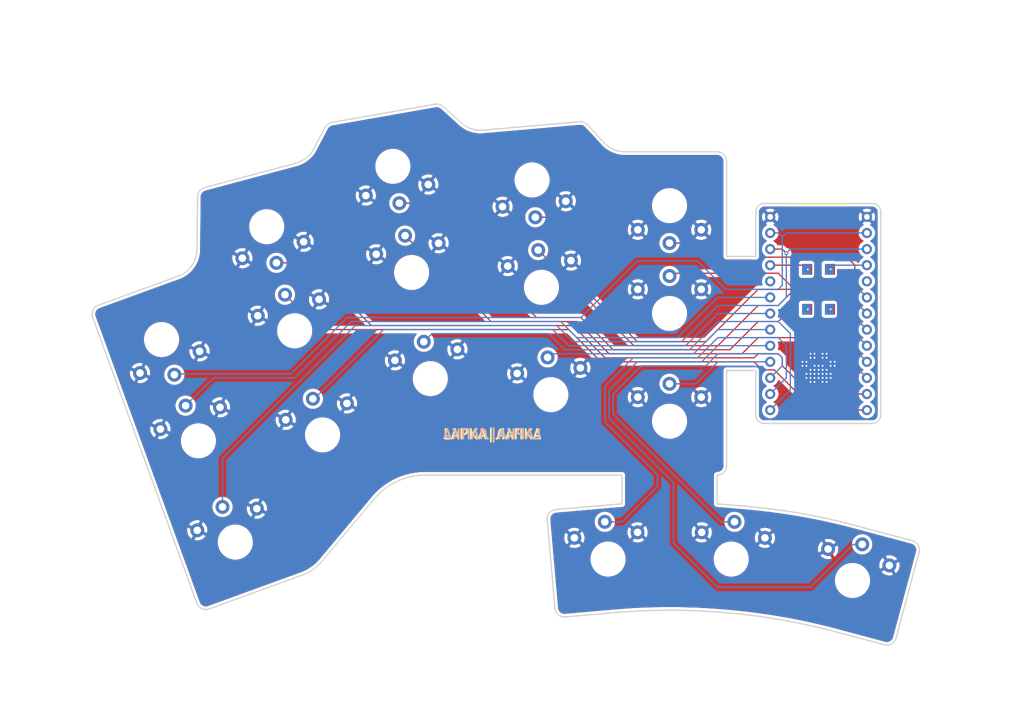
<source format=kicad_pcb>
(kicad_pcb (version 20240108) (generator "pcbnew") (generator_version "8.0")
  (layers (0 "F.Cu" signal) (31 "B.Cu" signal) (34 "B.Paste" user) (35 "F.Paste" user) (36 "B.SilkS" user "B.Silkscreen") (37 "F.SilkS" user "F.Silkscreen") (38 "B.Mask" user) (39 "F.Mask" user) (44 "Edge.Cuts" user))
  (net 0 "")
  (net 1 "SW11")
  (net 2 "SW8")
  (net 3 "SW13")
  (net 4 "SW10")
  (net 5 "SW17")
  (net 6 "SW4")
  (net 7 "SW12")
  (net 8 "SW6")
  (net 9 "SW3")
  (net 10 "GND")
  (net 11 "SW15")
  (net 12 "SW9")
  (net 13 "SW16")
  (net 14 "SW2")
  (net 15 "SW5")
  (net 16 "SW1")
  (net 17 "SW14")
  (net 18 "SW18")
  (net 19 "SW7")
  (net 22 "RST0")
  (net 23 "RST1")
  (net 24 "RSTG1")
  (net 25 "RSTG0")
  (footprint "PCM_Switch_Keyboard_Kailh:SW_KLPv2_DS" (layer "F.Cu") (at 97.829107 95.014189 20)
    (property "Reference" "SW6" (hide yes))
    (property "Value" "~")
    (pad "" np_thru_hole circle (at 0 0 20) (size 5.05 5.05) (drill 5.05) (layers "*.Cu" "*.Mask"))
    (pad "1" thru_hole circle (at 0 -5.9 20) (size 2.2 2.2) (drill 1.2) (layers "*.Cu" "*.Mask") (net 8 "SW6"))
    (pad "2" thru_hole circle (at -5 -3.8 20) (size 2.2 2.2) (drill 1.2) (layers "*.Cu" "*.Mask") (net 10 "GND"))
    (pad "2" thru_hole circle (at 5.000001 -3.8 20) (size 2.2 2.2) (drill 1.2) (layers "*.Cu" "*.Mask") (net 10 "GND"))
  )
  (footprint "PCM_Switch_Keyboard_Kailh:SW_KLPv2_DS" (layer "F.Cu") (at 150.420102 53.8661 -175)
    (property "Reference" "SW4" (hide yes))
    (property "Value" "~")
    (pad "" np_thru_hole circle (at 0 0 185) (size 5.05 5.05) (drill 5.05) (layers "*.Cu" "*.Mask"))
    (pad "1" thru_hole circle (at 0 -5.9 185) (size 2.2 2.2) (drill 1.2) (layers "*.Cu" "*.Mask") (net 6 "SW4"))
    (pad "2" thru_hole circle (at -5 -3.8 185) (size 2.2 2.2) (drill 1.2) (layers "*.Cu" "*.Mask") (net 10 "GND"))
    (pad "2" thru_hole circle (at 5 -3.8 185) (size 2.2 2.2) (drill 1.2) (layers "*.Cu" "*.Mask") (net 10 "GND"))
  )
  (footprint "PCM_Switch_Keyboard_Kailh:SW_KLPv2_DS" (layer "F.Cu") (at 172.090001 57.919998 180)
    (property "Reference" "SW5" (hide yes))
    (property "Value" "~")
    (pad "" np_thru_hole circle (at 0 0 180) (size 5.05 5.05) (drill 5.05) (layers "*.Cu" "*.Mask"))
    (pad "1" thru_hole circle (at 0 -5.9 180) (size 2.2 2.2) (drill 1.2) (layers "*.Cu" "*.Mask") (net 15 "SW5"))
    (pad "2" thru_hole circle (at -5 -3.8 180) (size 2.2 2.2) (drill 1.2) (layers "*.Cu" "*.Mask") (net 10 "GND"))
    (pad "2" thru_hole circle (at 5 -3.8 180) (size 2.2 2.2) (drill 1.2) (layers "*.Cu" "*.Mask") (net 10 "GND"))
  )
  (footprint "PCM_Switch_Keyboard_Kailh:SW_KLPv2_DS" (layer "F.Cu") (at 134.383402 85.199796 10)
    (property "Reference" "SW13" (hide yes))
    (property "Value" "~")
    (pad "" np_thru_hole circle (at 0 0 10) (size 5.05 5.05) (drill 5.05) (layers "*.Cu" "*.Mask"))
    (pad "1" thru_hole circle (at 0 -5.9 10) (size 2.2 2.2) (drill 1.2) (layers "*.Cu" "*.Mask") (net 3 "SW13"))
    (pad "2" thru_hole circle (at -5 -3.8 10) (size 2.2 2.2) (drill 1.2) (layers "*.Cu" "*.Mask") (net 10 "GND"))
    (pad "2" thru_hole circle (at 5 -3.8 10) (size 2.2 2.2) (drill 1.2) (layers "*.Cu" "*.Mask") (net 10 "GND"))
  )
  (footprint "Library:SW_SPST_TL3342_Mod" (layer "F.Cu") (at 195.58 71.12 90)
    (property "Reference" "REF**" (hide yes))
    (property "Value" "SW_SPST_TL3342_Mod")
    (pad "1" smd rect (at -3.149998 -1.700001 90) (size 1.7 1.4) (layers "F.Cu" "F.Paste" "F.Mask") (net 25 "RSTG0"))
    (pad "1" smd rect (at 3.150001 -1.699998 90) (size 1.7 1.4) (layers "F.Cu" "F.Paste" "F.Mask") (net 22 "RST0"))
    (pad "2" smd rect (at -3.149999 1.900002 90) (size 1.7 1.4) (layers "F.Cu" "F.Paste" "F.Mask") (net 24 "RSTG1"))
    (pad "2" smd rect (at 3.150001 1.899999 90) (size 1.7 1.4) (layers "F.Cu" "F.Paste" "F.Mask") (net 23 "RST1"))
  )
  (footprint "Library:SuperMini NRF52840" (layer "F.Cu") (at 187.96 59.69)
    (property "Reference" "U2" (hide yes))
    (property "Value" "~")
    (fp_line (start 3.12001 -1.95244) (end 3.17 -1.95244) (stroke (width 0.254)) (layer "F.SilkS"))
    (fp_line (start 3.12001 -1.95244) (end 3.17 -1.95244) (stroke (width 0.254)) (layer "F.SilkS"))
    (fp_line (start 3.17 -1.95244) (end 12.11999 -1.95244) (stroke (width 0.254)) (layer "F.SilkS"))
    (fp_line (start 3.17 -1.95244) (end 12.11999 -1.95244) (stroke (width 0.254)) (layer "F.SilkS"))
    (pad "1" thru_hole circle (at 0 2.54 90) (size 1.6 1.6) (drill 0.9144) (layers "*.Cu" "*.Mask") (net 16 "SW1"))
    (pad "2" thru_hole circle (at 0 5.08 90) (size 1.6 1.6) (drill 0.9144) (layers "*.Cu" "*.Mask") (net 1 "SW11"))
    (pad "3" thru_hole circle (at 0 7.62 90) (size 1.6 1.6) (drill 0.9144) (layers "*.Cu" "*.Mask") (net 22 "RST0"))
    (pad "4" thru_hole circle (at 0 10.16 90) (size 1.6 1.6) (drill 0.9144) (layers "*.Cu" "*.Mask"))
    (pad "5" thru_hole circle (at 0 12.7 90) (size 1.6 1.6) (drill 0.9144) (layers "*.Cu" "*.Mask") (net 8 "SW6"))
    (pad "6" thru_hole circle (at 0 15.24 90) (size 1.6 1.6) (drill 0.9144) (layers "*.Cu" "*.Mask") (net 7 "SW12"))
    (pad "7" thru_hole circle (at 0 17.78 90) (size 1.6 1.6) (drill 0.9144) (layers "*.Cu" "*.Mask") (net 17 "SW14"))
    (pad "8" thru_hole circle (at 0 20.32 90) (size 1.6 1.6) (drill 0.9144) (layers "*.Cu" "*.Mask") (net 18 "SW18"))
    (pad "9" thru_hole circle (at 0 22.86 90) (size 1.6 1.6) (drill 0.9144) (layers "*.Cu" "*.Mask") (net 11 "SW15"))
    (pad "10" thru_hole circle (at 0 25.4 90) (size 1.6 1.6) (drill 0.9144) (layers "*.Cu" "*.Mask") (net 5 "SW17"))
    (pad "11" thru_hole circle (at 0 27.94 90) (size 1.6 1.6) (drill 0.9144) (layers "*.Cu" "*.Mask") (net 13 "SW16"))
    (pad "12" thru_hole circle (at 0 30.48 90) (size 1.6 1.6) (drill 0.9144) (layers "*.Cu" "*.Mask") (net 3 "SW13"))
    (pad "13" thru_hole circle (at 15.24001 2.53999 270) (size 1.6 1.6) (drill 0.9144) (layers "*.Cu" "*.Mask") (net 16 "SW1"))
    (pad "14" thru_hole circle (at 15.24001 5.07999 270) (size 1.6 1.6) (drill 0.9144) (layers "*.Cu" "*.Mask") (net 1 "SW11"))
    (pad "15" thru_hole circle (at 15.24001 7.61999 270) (size 1.6 1.6) (drill 0.9144) (layers "*.Cu" "*.Mask") (net 23 "RST1"))
    (pad "16" thru_hole circle (at 15.24001 10.15999 270) (size 1.6 1.6) (drill 0.9144) (layers "*.Cu" "*.Mask"))
    (pad "17" thru_hole circle (at 15.24001 12.69999 270) (size 1.6 1.6) (drill 0.9144) (layers "*.Cu" "*.Mask") (net 15 "SW5"))
    (pad "18" thru_hole circle (at 15.24001 15.23999 270) (size 1.6 1.6) (drill 0.9144) (layers "*.Cu" "*.Mask") (net 4 "SW10"))
    (pad "19" thru_hole circle (at 15.24001 17.77999 270) (size 1.6 1.6) (drill 0.9144) (layers "*.Cu" "*.Mask") (net 6 "SW4"))
    (pad "20" thru_hole circle (at 15.24001 20.31999 270) (size 1.6 1.6) (drill 0.9144) (layers "*.Cu" "*.Mask") (net 12 "SW9"))
    (pad "21" thru_hole circle (at 15.24001 22.85999 270) (size 1.6 1.6) (drill 0.9144) (layers "*.Cu" "*.Mask") (net 9 "SW3"))
    (pad "22" thru_hole circle (at 15.24001 25.39999 270) (size 1.6 1.6) (drill 0.9144) (layers "*.Cu" "*.Mask") (net 2 "SW8"))
    (pad "23" thru_hole circle (at 15.24001 27.93999 270) (size 1.6 1.6) (drill 0.9144) (layers "*.Cu" "*.Mask") (net 14 "SW2"))
    (pad "24" thru_hole circle (at 15.24001 30.47999 270) (size 1.6 1.6) (drill 0.9144) (layers "*.Cu" "*.Mask") (net 19 "SW7"))
    (pad "28" thru_hole circle (at 0 0 90) (size 1.6 1.6) (drill 0.9144) (layers "*.Cu" "*.Mask") (net 10 "GND"))
    (pad "29" thru_hole circle (at 15.24001 -0.00001 270) (size 1.6 1.6) (drill 0.9144) (layers "*.Cu" "*.Mask") (net 10 "GND"))
  )
  (footprint "PCM_Switch_Keyboard_Kailh:SW_KLPv2_DS" (layer "F.Cu") (at 128.479404 51.716295 -170)
    (property "Reference" "SW3" (hide yes))
    (property "Value" "~")
    (pad "" np_thru_hole circle (at 0 0 190) (size 5.05 5.05) (drill 5.05) (layers "*.Cu" "*.Mask"))
    (pad "1" thru_hole circle (at 0 -5.9 190) (size 2.2 2.2) (drill 1.2) (layers "*.Cu" "*.Mask") (net 9 "SW3"))
    (pad "2" thru_hole circle (at -5 -3.8 190) (size 2.2 2.2) (drill 1.2) (layers "*.Cu" "*.Mask") (net 10 "GND"))
    (pad "2" thru_hole circle (at 5 -3.8 190) (size 2.2 2.2) (drill 1.2) (layers "*.Cu" "*.Mask") (net 10 "GND"))
  )
  (footprint "PCM_Switch_Keyboard_Kailh:SW_KLPv2_DS" (layer "F.Cu") (at 112.997102 77.661401 15)
    (property "Reference" "SW7" (hide yes))
    (property "Value" "~")
    (pad "" np_thru_hole circle (at 0 0 15) (size 5.05 5.05) (drill 5.05) (layers "*.Cu" "*.Mask"))
    (pad "1" thru_hole circle (at 0 -5.9 15) (size 2.2 2.2) (drill 1.2) (layers "*.Cu" "*.Mask") (net 19 "SW7"))
    (pad "2" thru_hole circle (at -5 -3.8 15) (size 2.2 2.2) (drill 1.2) (layers "*.Cu" "*.Mask") (net 10 "GND"))
    (pad "2" thru_hole circle (at 5 -3.8 15) (size 2.2 2.2) (drill 1.2) (layers "*.Cu" "*.Mask") (net 10 "GND"))
  )
  (footprint "PCM_Switch_Keyboard_Kailh:SW_KLPv2_DS" (layer "F.Cu") (at 117.396999 94.082091 15)
    (property "Reference" "SW12" (hide yes))
    (property "Value" "~")
    (pad "" np_thru_hole circle (at 0 0 15) (size 5.05 5.05) (drill 5.05) (layers "*.Cu" "*.Mask"))
    (pad "1" thru_hole circle (at 0 -5.9 15) (size 2.2 2.2) (drill 1.2) (layers "*.Cu" "*.Mask") (net 7 "SW12"))
    (pad "2" thru_hole circle (at -5 -3.8 15) (size 2.2 2.2) (drill 1.2) (layers "*.Cu" "*.Mask") (net 10 "GND"))
    (pad "2" thru_hole circle (at 5 -3.8 15) (size 2.2 2.2) (drill 1.2) (layers "*.Cu" "*.Mask") (net 10 "GND"))
  )
  (footprint "PCM_Switch_Keyboard_Kailh:SW_KLPv2_DS" (layer "F.Cu") (at 181.8149 113.672093 -5)
    (property "Reference" "SW17" (hide yes))
    (property "Value" "~")
    (pad "" np_thru_hole circle (at 0 0 355) (size 5.05 5.05) (drill 5.05) (layers "*.Cu" "*.Mask"))
    (pad "1" thru_hole circle (at 0 -5.9 355) (size 2.2 2.2) (drill 1.2) (layers "*.Cu" "*.Mask") (net 5 "SW17"))
    (pad "2" thru_hole circle (at -5 -3.8 355) (size 2.2 2.2) (drill 1.2) (layers "*.Cu" "*.Mask") (net 10 "GND"))
    (pad "2" thru_hole circle (at 5 -3.8 355) (size 2.2 2.2) (drill 1.2) (layers "*.Cu" "*.Mask") (net 10 "GND"))
  )
  (footprint "PCM_Switch_Keyboard_Kailh:SW_KLPv2_DS" (layer "F.Cu") (at 172.090008 74.91999)
    (property "Reference" "SW10" (hide yes))
    (property "Value" "~")
    (pad "" np_thru_hole circle (at 0 0) (size 5.05 5.05) (drill 5.05) (layers "*.Cu" "*.Mask"))
    (pad "1" thru_hole circle (at 0 -5.9) (size 2.2 2.2) (drill 1.2) (layers "*.Cu" "*.Mask") (net 4 "SW10"))
    (pad "2" thru_hole circle (at -5 -3.8) (size 2.2 2.2) (drill 1.2) (layers "*.Cu" "*.Mask") (net 10 "GND"))
    (pad "2" thru_hole circle (at 5 -3.8) (size 2.2 2.2) (drill 1.2) (layers "*.Cu" "*.Mask") (net 10 "GND"))
  )
  (footprint "PCM_Switch_Keyboard_Kailh:SW_KLPv2_DS" (layer "F.Cu") (at 92.014809 79.039394 -160)
    (property "Reference" "SW1" (hide yes))
    (property "Value" "~")
    (pad "" np_thru_hole circle (at 0 0 200) (size 5.05 5.05) (drill 5.05) (layers "*.Cu" "*.Mask"))
    (pad "1" thru_hole circle (at 0 -5.9 200) (size 2.2 2.2) (drill 1.2) (layers "*.Cu" "*.Mask") (net 16 "SW1"))
    (pad "2" thru_hole circle (at -5 -3.8 200) (size 2.2 2.2) (drill 1.2) (layers "*.Cu" "*.Mask") (net 10 "GND"))
    (pad "2" thru_hole circle (at 5.000001 -3.8 200) (size 2.2 2.2) (drill 1.2) (layers "*.Cu" "*.Mask") (net 10 "GND"))
  )
  (footprint "PCM_Switch_Keyboard_Kailh:SW_KLPv2_DS" (layer "F.Cu") (at 108.597107 61.240697 -165)
    (property "Reference" "SW2" (hide yes))
    (property "Value" "~")
    (pad "" np_thru_hole circle (at 0 0 195) (size 5.05 5.05) (drill 5.05) (layers "*.Cu" "*.Mask"))
    (pad "1" thru_hole circle (at 0 -5.9 195) (size 2.2 2.2) (drill 1.2) (layers "*.Cu" "*.Mask") (net 14 "SW2"))
    (pad "2" thru_hole circle (at -5 -3.8 195) (size 2.2 2.2) (drill 1.2) (layers "*.Cu" "*.Mask") (net 10 "GND"))
    (pad "2" thru_hole circle (at 5 -3.8 195) (size 2.2 2.2) (drill 1.2) (layers "*.Cu" "*.Mask") (net 10 "GND"))
  )
  (footprint "PCM_Switch_Keyboard_Kailh:SW_KLPv2_DS" (layer "F.Cu") (at 200.93319 117.043093 -15)
    (property "Reference" "SW18" (hide yes))
    (property "Value" "~")
    (pad "" np_thru_hole circle (at 0 0 345) (size 5.05 5.05) (drill 5.05) (layers "*.Cu" "*.Mask"))
    (pad "1" thru_hole circle (at 0 -5.9 345) (size 2.2 2.2) (drill 1.2) (layers "*.Cu" "*.Mask") (net 18 "SW18"))
    (pad "2" thru_hole circle (at -5 -3.8 345) (size 2.2 2.2) (drill 1.2) (layers "*.Cu" "*.Mask") (net 10 "GND"))
    (pad "2" thru_hole circle (at 5 -3.8 345) (size 2.2 2.2) (drill 1.2) (layers "*.Cu" "*.Mask") (net 10 "GND"))
  )
  (footprint "PCM_Switch_Keyboard_Kailh:SW_KLPv2_DS" (layer "F.Cu") (at 172.090003 91.919996)
    (property "Reference" "SW15" (hide yes))
    (property "Value" "~")
    (pad "" np_thru_hole circle (at 0 0) (size 5.05 5.05) (drill 5.05) (layers "*.Cu" "*.Mask"))
    (pad "1" thru_hole circle (at 0 -5.9) (size 2.2 2.2) (drill 1.2) (layers "*.Cu" "*.Mask") (net 11 "SW15"))
    (pad "2" thru_hole circle (at -5 -3.8) (size 2.2 2.2) (drill 1.2) (layers "*.Cu" "*.Mask") (net 10 "GND"))
    (pad "2" thru_hole circle (at 5 -3.8) (size 2.2 2.2) (drill 1.2) (layers "*.Cu" "*.Mask") (net 10 "GND"))
  )
  (footprint "PCM_Switch_Keyboard_Kailh:SW_KLPv2_DS" (layer "F.Cu") (at 103.6434 110.988987 20)
    (property "Reference" "SW11" (hide yes))
    (property "Value" "~")
    (pad "" np_thru_hole circle (at 0 0 20) (size 5.05 5.05) (drill 5.05) (layers "*.Cu" "*.Mask"))
    (pad "1" thru_hole circle (at 0 -5.9 20) (size 2.2 2.2) (drill 1.2) (layers "*.Cu" "*.Mask") (net 1 "SW11"))
    (pad "2" thru_hole circle (at -5 -3.8 20) (size 2.2 2.2) (drill 1.2) (layers "*.Cu" "*.Mask") (net 10 "GND"))
    (pad "2" thru_hole circle (at 5.000001 -3.8 20) (size 2.2 2.2) (drill 1.2) (layers "*.Cu" "*.Mask") (net 10 "GND"))
  )
  (footprint "PCM_Switch_Keyboard_Kailh:SW_KLPv2_DS" (layer "F.Cu") (at 151.901803 70.801395 5)
    (property "Reference" "SW9" (hide yes))
    (property "Value" "~")
    (pad "" np_thru_hole circle (at 0 0 5) (size 5.05 5.05) (drill 5.05) (layers "*.Cu" "*.Mask"))
    (pad "1" thru_hole circle (at 0 -5.9 5) (size 2.2 2.2) (drill 1.2) (layers "*.Cu" "*.Mask") (net 12 "SW9"))
    (pad "2" thru_hole circle (at -5 -3.8 5) (size 2.2 2.2) (drill 1.2) (layers "*.Cu" "*.Mask") (net 10 "GND"))
    (pad "2" thru_hole circle (at 5 -3.8 5) (size 2.2 2.2) (drill 1.2) (layers "*.Cu" "*.Mask") (net 10 "GND"))
  )
  (footprint "PCM_Switch_Keyboard_Kailh:SW_KLPv2_DS" (layer "F.Cu") (at 131.431401 68.458093 10)
    (property "Reference" "SW8" (hide yes))
    (property "Value" "~")
    (pad "" np_thru_hole circle (at 0 0 10) (size 5.05 5.05) (drill 5.05) (layers "*.Cu" "*.Mask"))
    (pad "1" thru_hole circle (at 0 -5.9 10) (size 2.2 2.2) (drill 1.2) (layers "*.Cu" "*.Mask") (net 2 "SW8"))
    (pad "2" thru_hole circle (at -5 -3.8 10) (size 2.2 2.2) (drill 1.2) (layers "*.Cu" "*.Mask") (net 10 "GND"))
    (pad "2" thru_hole circle (at 5 -3.8 10) (size 2.2 2.2) (drill 1.2) (layers "*.Cu" "*.Mask") (net 10 "GND"))
  )
  (footprint "PCM_Switch_Keyboard_Kailh:SW_KLPv2_DS" (layer "F.Cu") (at 153.38341 87.736697 5)
    (property "Reference" "SW14" (hide yes))
    (property "Value" "~")
    (pad "" np_thru_hole circle (at 0 0 5) (size 5.05 5.05) (drill 5.05) (layers "*.Cu" "*.Mask"))
    (pad "1" thru_hole circle (at 0 -5.9 5) (size 2.2 2.2) (drill 1.2) (layers "*.Cu" "*.Mask") (net 17 "SW14"))
    (pad "2" thru_hole circle (at -5 -3.8 5) (size 2.2 2.2) (drill 1.2) (layers "*.Cu" "*.Mask") (net 10 "GND"))
    (pad "2" thru_hole circle (at 5 -3.8 5) (size 2.2 2.2) (drill 1.2) (layers "*.Cu" "*.Mask") (net 10 "GND"))
  )
  (footprint "PCM_Switch_Keyboard_Kailh:SW_KLPv2_DS" (layer "F.Cu") (at 162.401804 113.672096 5)
    (property "Reference" "SW16" (hide yes))
    (property "Value" "~")
    (pad "" np_thru_hole circle (at 0 0 5) (size 5.05 5.05) (drill 5.05) (layers "*.Cu" "*.Mask"))
    (pad "1" thru_hole circle (at 0 -5.9 5) (size 2.2 2.2) (drill 1.2) (layers "*.Cu" "*.Mask") (net 13 "SW16"))
    (pad "2" thru_hole circle (at -5 -3.8 5) (size 2.2 2.2) (drill 1.2) (layers "*.Cu" "*.Mask") (net 10 "GND"))
    (pad "2" thru_hole circle (at 5 -3.8 5) (size 2.2 2.2) (drill 1.2) (layers "*.Cu" "*.Mask") (net 10 "GND"))
  )
  (footprint "Library:SW_SPST_TL3342_Mod" (layer "B.Cu") (at 195.58 71.12 90)
    (property "Reference" "REF**" (hide yes))
    (property "Value" "SW_SPST_TL3342_Mod")
    (pad "1" smd rect (at -3.149998 1.700001 90) (size 1.7 1.4) (layers "B.Cu" "B.Paste" "B.Mask") (net 24 "RSTG1"))
    (pad "1" smd rect (at 3.150001 1.699998 90) (size 1.7 1.4) (layers "B.Cu" "B.Paste" "B.Mask") (net 23 "RST1"))
    (pad "2" smd rect (at -3.149999 -1.900002 90) (size 1.7 1.4) (layers "B.Cu" "B.Paste" "B.Mask") (net 25 "RSTG0"))
    (pad "2" smd rect (at 3.150001 -1.899999 90) (size 1.7 1.4) (layers "B.Cu" "B.Paste" "B.Mask") (net 22 "RST0"))
  )
  (gr_arc (start 116.007107 48.959839) (mid 114.833758 50.379453) (end 113.189969 51.210125) (stroke (width 0.2)) (layer "Edge.Cuts"))
  (gr_arc (start 117.331862 113.977554) (mid 115.894198 115.299394) (end 114.164019 116.205273) (stroke (width 0.2)) (layer "Edge.Cuts"))
  (gr_line (start 155.652753 122.793347) (end 163.461639 122.11016) (stroke (width 0.2)) (layer "Edge.Cuts"))
  (gr_line (start 210.359153 110.773841) (end 201.317877 108.351244) (stroke (width 0.2)) (layer "Edge.Cuts"))
  (gr_arc (start 135.142394 41.910301) (mid 135.819348 41.946478) (end 136.411232 42.277008) (stroke (width 0.2)) (layer "Edge.Cuts"))
  (gr_arc (start 97.599142 64.860017) (mid 96.765369 67.420099) (end 94.61924 69.045932) (stroke (width 0.2)) (layer "Edge.Cuts"))
  (gr_line (start 161.748652 47.969682) (end 159.144403 45.153933) (stroke (width 0.2)) (layer "Edge.Cuts"))
  (gr_arc (start 157.91247 44.678131) (mid 158.583618 44.773158) (end 159.144403 45.153933) (stroke (width 0.2)) (layer "Edge.Cuts"))
  (gr_arc (start 99.502931 121.541486) (mid 98.355962 121.491405) (end 97.58035 120.64497) (stroke (width 0.2)) (layer "Edge.Cuts"))
  (gr_arc (start 81.163372 75.539686) (mid 81.213473 74.392755) (end 82.059893 73.617158) (stroke (width 0.2)) (layer "Edge.Cuts"))
  (gr_line (start 179.589958 49.419972) (end 165.057528 49.419969) (stroke (width 0.2)) (layer "Edge.Cuts"))
  (gr_arc (start 207.796414 126.133876) (mid 207.097442 127.044609) (end 205.959229 127.194569) (stroke (width 0.2)) (layer "Edge.Cuts"))
  (gr_arc (start 163.461639 122.11016) (mid 172.090017 121.733446) (end 180.718395 122.110155) (stroke (width 0.2)) (layer "Edge.Cuts"))
  (gr_line (start 164.590002 104.952999) (end 163.461586 105.045223) (stroke (width 0.2)) (layer "Edge.Cuts"))
  (gr_line (start 181.090002 65.919959) (end 181.09 50.919996) (stroke (width 0.2)) (layer "Edge.Cuts"))
  (gr_arc (start 184.356204 105.363488) (mid 192.902134 106.487825) (end 201.317877 108.351244) (stroke (width 0.2)) (layer "Edge.Cuts"))
  (gr_line (start 185.690004 83.919967) (end 185.69001 90.919972) (stroke (width 0.2)) (layer "Edge.Cuts"))
  (gr_line (start 99.502931 121.541486) (end 114.164019 116.205273) (stroke (width 0.2)) (layer "Edge.Cuts"))
  (gr_line (start 157.91247 44.678131) (end 142.673819 46.011333) (stroke (width 0.2)) (layer "Edge.Cuts"))
  (gr_arc (start 187.039972 92.26996) (mid 186.085414 91.874546) (end 185.69001 90.919972) (stroke (width 0.2)) (layer "Edge.Cuts"))
  (gr_arc (start 204.039997 57.56997) (mid 204.9946 57.965369) (end 205.390001 58.919959) (stroke (width 0.2)) (layer "Edge.Cuts"))
  (gr_line (start 117.331862 113.977554) (end 125.529061 104.181569) (stroke (width 0.2)) (layer "Edge.Cuts"))
  (gr_line (start 181.090002 83.919963) (end 185.690004 83.919967) (stroke (width 0.2)) (layer "Edge.Cuts"))
  (gr_line (start 135.142394 41.910301) (end 118.86435 44.780569) (stroke (width 0.2)) (layer "Edge.Cuts"))
  (gr_arc (start 181.090003 98.920037) (mid 180.650649 99.980673) (end 179.590002 100.420007) (stroke (width 0.2)) (layer "Edge.Cuts"))
  (gr_line (start 204.039997 57.56997) (end 187.039963 57.569962) (stroke (width 0.2)) (layer "Edge.Cuts"))
  (gr_line (start 198.387742 125.165809) (end 205.959229 127.194569) (stroke (width 0.2)) (layer "Edge.Cuts"))
  (gr_line (start 164.590007 100.41997) (end 164.590002 104.952999) (stroke (width 0.2)) (layer "Edge.Cuts"))
  (gr_arc (start 165.057528 49.419969) (mid 163.251139 49.041516) (end 161.748652 47.969682) (stroke (width 0.2)) (layer "Edge.Cuts"))
  (gr_line (start 139.256699 44.8602) (end 139.256669 44.860207) (stroke (width 0.2)) (layer "Edge.Cuts"))
  (gr_line (start 94.61924 69.045932) (end 82.059893 73.617158) (stroke (width 0.2)) (layer "Edge.Cuts"))
  (gr_arc (start 210.359153 110.773841) (mid 211.269984 111.472732) (end 211.419868 112.61097) (stroke (width 0.2)) (layer "Edge.Cuts"))
  (gr_line (start 184.356204 105.363488) (end 180.718423 105.045227) (stroke (width 0.2)) (layer "Edge.Cuts"))
  (gr_line (start 179.590005 104.952999) (end 179.590002 100.420007) (stroke (width 0.2)) (layer "Edge.Cuts"))
  (gr_line (start 163.461586 105.045223) (end 154.158899 105.8591) (stroke (width 0.2)) (layer "Edge.Cuts"))
  (gr_arc (start 205.390007 90.919975) (mid 204.994632 91.874581) (end 204.040005 92.269961) (stroke (width 0.2)) (layer "Edge.Cuts"))
  (gr_arc (start 152.807597 107.483176) (mid 153.148857 106.392916) (end 154.158899 105.8591) (stroke (width 0.2)) (layer "Edge.Cuts"))
  (gr_arc (start 155.652753 122.793347) (mid 154.557871 122.448089) (end 154.027763 121.429778) (stroke (width 0.2)) (layer "Edge.Cuts"))
  (gr_line (start 81.163372 75.539686) (end 97.58035 120.64497) (stroke (width 0.2)) (layer "Edge.Cuts"))
  (gr_line (start 113.189969 51.210125) (end 98.796299 55.066894) (stroke (width 0.2)) (layer "Edge.Cuts"))
  (gr_arc (start 179.589958 49.419972) (mid 180.650694 49.859275) (end 181.08999 50.919998) (stroke (width 0.2)) (layer "Edge.Cuts"))
  (gr_line (start 97.691307 56.497447) (end 97.599142 64.860017) (stroke (width 0.2)) (layer "Edge.Cuts"))
  (gr_line (start 205.390007 90.919975) (end 205.390001 58.919959) (stroke (width 0.2)) (layer "Edge.Cuts"))
  (gr_line (start 185.690003 58.919907) (end 185.690003 65.91997) (stroke (width 0.2)) (layer "Edge.Cuts"))
  (gr_arc (start 125.529061 104.181569) (mid 129.137697 101.40671) (end 133.58161 100.419969) (stroke (width 0.2)) (layer "Edge.Cuts"))
  (gr_arc (start 185.690003 58.919907) (mid 186.085421 57.965351) (end 187.039963 57.569962) (stroke (width 0.2)) (layer "Edge.Cuts"))
  (gr_line (start 117.797531 45.558997) (end 116.007107 48.959839) (stroke (width 0.2)) (layer "Edge.Cuts"))
  (gr_line (start 181.08999 50.919998) (end 181.09 50.919996) (stroke (width 0.2)) (layer "Edge.Cuts"))
  (gr_line (start 180.718423 105.045227) (end 179.590005 104.952999) (stroke (width 0.2)) (layer "Edge.Cuts"))
  (gr_line (start 152.807597 107.483176) (end 154.027763 121.429778) (stroke (width 0.2)) (layer "Edge.Cuts"))
  (gr_line (start 180.718395 122.110155) (end 181.393133 122.169195) (stroke (width 0.2)) (layer "Edge.Cuts"))
  (gr_arc (start 97.691307 56.497447) (mid 98.004144 55.597048) (end 98.796299 55.066894) (stroke (width 0.2)) (layer "Edge.Cuts"))
  (gr_line (start 181.090003 98.920037) (end 181.090002 83.919963) (stroke (width 0.2)) (layer "Edge.Cuts"))
  (gr_line (start 136.411232 42.277008) (end 136.411233 42.276985) (stroke (width 0.2)) (layer "Edge.Cuts"))
  (gr_arc (start 142.673819 46.011333) (mid 140.844913 45.793018) (end 139.256699 44.8602) (stroke (width 0.2)) (layer "Edge.Cuts"))
  (gr_arc (start 181.393133 122.169195) (mid 189.955854 123.296506) (end 198.387742 125.165809) (stroke (width 0.2)) (layer "Edge.Cuts"))
  (gr_line (start 185.690003 65.91997) (end 181.090002 65.919959) (stroke (width 0.2)) (layer "Edge.Cuts"))
  (gr_arc (start 117.797531 45.558997) (mid 118.240645 45.046036) (end 118.86435 44.780569) (stroke (width 0.2)) (layer "Edge.Cuts"))
  (gr_line (start 139.256669 44.860207) (end 136.411233 42.276985) (stroke (width 0.2)) (layer "Edge.Cuts"))
  (gr_line (start 207.796414 126.133876) (end 211.419868 112.61097) (stroke (width 0.2)) (layer "Edge.Cuts"))
  (gr_line (start 187.039972 92.26996) (end 204.040005 92.269961) (stroke (width 0.2)) (layer "Edge.Cuts"))
  (gr_line (start 133.58161 100.419969) (end 164.590007 100.41997) (stroke (width 0.2)) (layer "Edge.Cuts"))
  (gr_text "LAPKA|ЛАПКА" (at 144.145 93.98 -0) (layer "B.SilkS") (effects (font (size 1.5 1.5) (thickness 0.3) (bold yes)) (justify mirror)))
  (gr_text "LAPKA|ЛАПКА" (at 144.145 93.98 0) (layer "F.SilkS") (effects (font (size 1.5 1.5) (thickness 0.3) (bold yes))))
  (segment (start 190.5 65.405) (end 189.865 64.77) (width 0.2) (layer "F.Cu") (net 1))
  (segment (start 187.96001 64.76999) (end 187.96 64.77) (width 0.2) (layer "F.Cu") (net 1))
  (segment (start 189.865 64.77) (end 187.96 64.77) (width 0.2) (layer "F.Cu") (net 1))
  (via (at 190.5 65.405) (size 0.6) (drill 0.3) (layers "F.Cu" "B.Cu") (net 1))
  (segment (start 156.845 79.375) (end 173.99 79.375) (width 0.2) (layer "B.Cu") (net 1))
  (segment (start 173.99 79.375) (end 179.705 73.66) (width 0.2) (layer "B.Cu") (net 1))
  (segment (start 101.625481 97.764519) (end 122.555 76.835) (width 0.2) (layer "B.Cu") (net 1))
  (segment (start 190.5 65.405) (end 191.13501 64.76999) (width 0.2) (layer "B.Cu") (net 1))
  (segment (start 101.625481 105.444801) (end 101.625481 97.764519) (width 0.2) (layer "B.Cu") (net 1))
  (segment (start 154.305 76.835) (end 156.845 79.375) (width 0.2) (layer "B.Cu") (net 1))
  (segment (start 189.23 73.66) (end 190.5 72.39) (width 0.2) (layer "B.Cu") (net 1))
  (segment (start 191.13501 64.76999) (end 203.20001 64.76999) (width 0.2) (layer "B.Cu") (net 1))
  (segment (start 122.555 76.835) (end 154.305 76.835) (width 0.2) (layer "B.Cu") (net 1))
  (segment (start 179.705 73.66) (end 189.23 73.66) (width 0.2) (layer "B.Cu") (net 1))
  (segment (start 190.5 72.39) (end 190.5 65.405) (width 0.2) (layer "B.Cu") (net 1))
  (segment (start 203.2 64.77) (end 203.20001 64.76999) (width 0.2) (layer "B.Cu") (net 1))
  (segment (start 157.48 76.2) (end 162.56 81.28) (width 0.2) (layer "F.Cu") (net 2))
  (segment (start 186.055 78.74) (end 196.85 78.74) (width 0.2) (layer "F.Cu") (net 2))
  (segment (start 162.56 81.28) (end 183.515 81.28) (width 0.2) (layer "F.Cu") (net 2))
  (segment (start 130.406877 62.647727) (end 143.95915 76.2) (width 0.2) (layer "F.Cu") (net 2))
  (segment (start 196.85 78.74) (end 203.200001 85.090001) (width 0.2) (layer "F.Cu") (net 2))
  (segment (start 143.95915 76.2) (end 157.48 76.2) (width 0.2) (layer "F.Cu") (net 2))
  (segment (start 183.515 81.28) (end 186.055 78.74) (width 0.2) (layer "F.Cu") (net 2))
  (segment (start 179.705 76.2) (end 189.23 76.2) (width 0.2) (layer "B.Cu") (net 3))
  (segment (start 189.23 76.2) (end 191.135 78.105) (width 0.2) (layer "B.Cu") (net 3))
  (segment (start 153.035 78.105) (end 155.575 80.645) (width 0.2) (layer "B.Cu") (net 3))
  (segment (start 155.575 80.645) (end 175.26 80.645) (width 0.2) (layer "B.Cu") (net 3))
  (segment (start 191.135 86.995) (end 187.96 90.17) (width 0.2) (layer "B.Cu") (net 3))
  (segment (start 175.26 80.645) (end 179.705 76.2) (width 0.2) (layer "B.Cu") (net 3))
  (segment (start 134.643308 78.105) (end 153.035 78.105) (width 0.2) (layer "B.Cu") (net 3))
  (segment (start 191.135 78.105) (end 191.135 86.995) (width 0.2) (layer "B.Cu") (net 3))
  (segment (start 133.358878 79.38943) (end 134.643308 78.105) (width 0.2) (layer "B.Cu") (net 3))
  (segment (start 189.23 68.58) (end 172.529998 68.58) (width 0.2) (layer "F.Cu") (net 4))
  (segment (start 172.529998 68.58) (end 172.090008 69.01999) (width 0.2) (layer "F.Cu") (net 4))
  (segment (start 198.755006 70.485) (end 191.135 70.485) (width 0.2) (layer "F.Cu") (net 4))
  (segment (start 203.200002 74.929996) (end 198.755006 70.485) (width 0.2) (layer "F.Cu") (net 4))
  (segment (start 191.135 70.485) (end 189.23 68.58) (width 0.2) (layer "F.Cu") (net 4))
  (segment (start 163.195 87.63) (end 163.195 90.805) (width 0.2) (layer "B.Cu") (net 5))
  (segment (start 167.64 83.185) (end 163.195 87.63) (width 0.2) (layer "B.Cu") (net 5))
  (segment (start 163.195 90.805) (end 180.184544 107.794544) (width 0.2) (layer "B.Cu") (net 5))
  (segment (start 177.8 83.185) (end 167.64 83.185) (width 0.2) (layer "B.Cu") (net 5))
  (segment (start 189.865 81.915) (end 189.23 81.28) (width 0.2) (layer "B.Cu") (net 5))
  (segment (start 179.705 81.28) (end 177.8 83.185) (width 0.2) (layer "B.Cu") (net 5))
  (segment (start 187.96 85.09) (end 189.865 83.185) (width 0.2) (layer "B.Cu") (net 5))
  (segment (start 180.184544 107.794544) (end 182.329119 107.794544) (width 0.2) (layer "B.Cu") (net 5))
  (segment (start 189.865 83.185) (end 189.865 81.915) (width 0.2) (layer "B.Cu") (net 5))
  (segment (start 189.23 81.28) (end 179.705 81.28) (width 0.2) (layer "B.Cu") (net 5))
  (segment (start 186.055 71.12) (end 198.755 71.12) (width 0.2) (layer "F.Cu") (net 6))
  (segment (start 159.385 71.755) (end 167.005 79.375) (width 0.2) (layer "F.Cu") (net 6))
  (segment (start 201.295 75.565) (end 203.19999 77.46999) (width 0.2) (layer "F.Cu") (net 6))
  (segment (start 203.20001 77.46999) (end 203.2 77.47) (width 0.2) (layer "F.Cu") (net 6))
  (segment (start 167.005 79.375) (end 177.8 79.375) (width 0.2) (layer "F.Cu") (net 6))
  (segment (start 150.934321 59.743649) (end 153.723649 59.743649) (width 0.2) (layer "F.Cu") (net 6))
  (segment (start 153.723649 59.743649) (end 159.385 65.405) (width 0.2) (layer "F.Cu") (net 6))
  (segment (start 203.2 77.47) (end 203.199995 77.47) (width 0.2) (layer "F.Cu") (net 6))
  (segment (start 203.19999 77.46999) (end 203.20001 77.46999) (width 0.2) (layer "F.Cu") (net 6))
  (segment (start 201.295 73.66) (end 201.295 75.565) (width 0.2) (layer "F.Cu") (net 6))
  (segment (start 159.385 65.405) (end 159.385 71.755) (width 0.2) (layer "F.Cu") (net 6))
  (segment (start 198.755 71.12) (end 201.295 73.66) (width 0.2) (layer "F.Cu") (net 6))
  (segment (start 177.8 79.375) (end 186.055 71.12) (width 0.2) (layer "F.Cu") (net 6))
  (segment (start 153.67 77.47) (end 127 77.47) (width 0.2) (layer "B.Cu") (net 7))
  (segment (start 187.96 74.93) (end 179.705 74.93) (width 0.2) (layer "B.Cu") (net 7))
  (segment (start 179.705 74.93) (end 174.625 80.01) (width 0.2) (layer "B.Cu") (net 7))
  (segment (start 127 77.47) (end 116.086871 88.383129) (width 0.2) (layer "B.Cu") (net 7))
  (segment (start 156.21 80.01) (end 153.67 77.47) (width 0.2) (layer "B.Cu") (net 7))
  (segment (start 116.086871 88.383129) (end 115.869967 88.383129) (width 0.2) (layer "B.Cu") (net 7))
  (segment (start 174.625 80.01) (end 156.21 80.01) (width 0.2) (layer "B.Cu") (net 7))
  (segment (start 100.19119 85.09) (end 95.811188 89.470002) (width 0.2) (layer "B.Cu") (net 8))
  (segment (start 179.705 72.39) (end 173.355 78.74) (width 0.2) (layer "B.Cu") (net 8))
  (segment (start 121.92 76.2) (end 113.03 85.09) (width 0.2) (layer "B.Cu") (net 8))
  (segment (start 157.48 78.74) (end 154.94 76.2) (width 0.2) (layer "B.Cu") (net 8))
  (segment (start 187.96 72.39) (end 179.705 72.39) (width 0.2) (layer "B.Cu") (net 8))
  (segment (start 154.94 76.2) (end 121.92 76.2) (width 0.2) (layer "B.Cu") (net 8))
  (segment (start 173.355 78.74) (end 157.48 78.74) (width 0.2) (layer "B.Cu") (net 8))
  (segment (start 113.03 85.09) (end 100.19119 85.09) (width 0.2) (layer "B.Cu") (net 8))
  (segment (start 151.13 75.565) (end 133.091661 57.526661) (width 0.2) (layer "F.Cu") (net 9))
  (segment (start 203.20001 82.54999) (end 200.025 79.37498) (width 0.2) (layer "F.Cu") (net 9))
  (segment (start 163.195 80.645) (end 158.115 75.565) (width 0.2) (layer "F.Cu") (net 9))
  (segment (start 181.61 80.645) (end 163.195 80.645) (width 0.2) (layer "F.Cu") (net 9))
  (segment (start 191.77 72.39) (end 191.135 73.025) (width 0.2) (layer "F.Cu") (net 9))
  (segment (start 158.115 75.565) (end 151.13 75.565) (width 0.2) (layer "F.Cu") (net 9))
  (segment (start 200.025 73.66) (end 198.755 72.39) (width 0.2) (layer "F.Cu") (net 9))
  (segment (start 200.025 79.37498) (end 200.025 73.66) (width 0.2) (layer "F.Cu") (net 9))
  (segment (start 203.200003 82.550001) (end 203.200003 82.549997) (width 0.2) (layer "F.Cu") (net 9))
  (segment (start 133.091661 57.526661) (end 129.503928 57.526661) (width 0.2) (layer "F.Cu") (net 9))
  (segment (start 189.230001 76.199999) (end 186.055001 76.199999) (width 0.2) (layer "F.Cu") (net 9))
  (segment (start 198.755 72.39) (end 191.77 72.39) (width 0.2) (layer "F.Cu") (net 9))
  (segment (start 186.055001 76.199999) (end 181.61 80.645) (width 0.2) (layer "F.Cu") (net 9))
  (segment (start 191.135 74.295) (end 189.230001 76.199999) (width 0.2) (layer "F.Cu") (net 9))
  (segment (start 191.135 73.025) (end 191.135 74.295) (width 0.2) (layer "F.Cu") (net 9))
  (segment (start 203.200003 82.549997) (end 203.20001 82.54999) (width 0.2) (layer "F.Cu") (net 9))
  (via (at 194.945 84.455) (size 0.6) (drill 0.3) (layers "F.Cu" "B.Cu") (net 10))
  (via (at 195.58 84.455) (size 0.6) (drill 0.3) (layers "F.Cu" "B.Cu") (net 10))
  (via (at 196.85 85.725) (size 0.6) (drill 0.3) (layers "F.Cu" "B.Cu") (net 10))
  (via (at 195.58 83.185) (size 0.6) (drill 0.3) (layers "F.Cu" "B.Cu") (net 10))
  (via (at 197.485 84.455) (size 0.6) (drill 0.3) (layers "F.Cu" "B.Cu") (net 10))
  (via (at 194.31 85.725) (size 0.6) (drill 0.3) (layers "F.Cu" "B.Cu") (net 10))
  (via (at 194.31 83.82) (size 0.6) (drill 0.3) (layers "F.Cu" "B.Cu") (net 10))
  (via (at 196.215 83.82) (size 0.6) (drill 0.3) (layers "F.Cu" "B.Cu") (net 10))
  (via (at 194.945 83.82) (size 0.6) (drill 0.3) (layers "F.Cu" "B.Cu") (net 10))
  (via (at 195.58 85.09) (size 0.6) (drill 0.3) (layers "F.Cu" "B.Cu") (net 10))
  (via (at 194.945 85.725) (size 0.6) (drill 0.3) (layers "F.Cu" "B.Cu") (net 10))
  (via (at 194.945 81.28) (size 0.6) (drill 0.3) (layers "F.Cu" "B.Cu") (net 10))
  (via (at 196.215 85.725) (size 0.6) (drill 0.3) (layers "F.Cu" "B.Cu") (net 10))
  (via (at 194.945 81.915) (size 0.6) (drill 0.3) (layers "F.Cu" "B.Cu") (net 10))
  (via (at 194.945 83.185) (size 0.6) (drill 0.3) (layers "F.Cu" "B.Cu") (net 10))
  (via (at 196.85 83.82) (size 0.6) (drill 0.3) (layers "F.Cu" "B.Cu") (net 10))
  (via (at 193.675 84.455) (size 0.6) (drill 0.3) (layers "F.Cu" "B.Cu") (net 10))
  (via (at 193.675 83.185) (size 0.6) (drill 0.3) (layers "F.Cu" "B.Cu") (net 10))
  (via (at 194.31 84.455) (size 0.6) (drill 0.3) (layers "F.Cu" "B.Cu") (net 10))
  (via (at 193.675 82.55) (size 0.6) (drill 0.3) (layers "F.Cu" "B.Cu") (net 10))
  (via (at 197.485 83.185) (size 0.6) (drill 0.3) (layers "F.Cu" "B.Cu") (net 10))
  (via (at 194.31 85.09) (size 0.6) (drill 0.3) (layers "F.Cu" "B.Cu") (net 10))
  (via (at 197.485 82.55) (size 0.6) (drill 0.3) (layers "F.Cu" "B.Cu") (net 10))
  (via (at 196.85 81.28) (size 0.6) (drill 0.3) (layers "F.Cu" "B.Cu") (net 10))
  (via (at 196.85 85.09) (size 0.6) (drill 0.3) (layers "F.Cu" "B.Cu") (net 10))
  (via (at 196.85 84.455) (size 0.6) (drill 0.3) (layers "F.Cu" "B.Cu") (net 10))
  (via (at 196.215 81.915) (size 0.6) (drill 0.3) (layers "F.Cu" "B.Cu") (net 10))
  (via (at 194.945 85.09) (size 0.6) (drill 0.3) (layers "F.Cu" "B.Cu") (net 10))
  (via (at 198.12 83.185) (size 0.6) (drill 0.3) (layers "F.Cu" "B.Cu") (net 10))
  (via (at 193.04 82.55) (size 0.6) (drill 0.3) (layers "F.Cu" "B.Cu") (net 10))
  (via (at 196.85 81.915) (size 0.6) (drill 0.3) (layers "F.Cu" "B.Cu") (net 10))
  (via (at 194.31 81.28) (size 0.6) (drill 0.3) (layers "F.Cu" "B.Cu") (net 10))
  (via (at 196.215 85.09) (size 0.6) (drill 0.3) (layers "F.Cu" "B.Cu") (net 10))
  (via (at 195.58 83.82) (size 0.6) (drill 0.3) (layers "F.Cu" "B.Cu") (net 10))
  (via (at 198.12 82.55) (size 0.6) (drill 0.3) (layers "F.Cu" "B.Cu") (net 10))
  (via (at 194.31 81.915) (size 0.6) (drill 0.3) (layers "F.Cu" "B.Cu") (net 10))
  (via (at 193.675 85.09) (size 0.6) (drill 0.3) (layers "F.Cu" "B.Cu") (net 10))
  (via (at 196.215 81.28) (size 0.6) (drill 0.3) (layers "F.Cu" "B.Cu") (net 10))
  (via (at 193.04 83.185) (size 0.6) (drill 0.3) (layers "F.Cu" "B.Cu") (net 10))
  (via (at 196.215 84.455) (size 0.6) (drill 0.3) (layers "F.Cu" "B.Cu") (net 10))
  (via (at 196.215 83.185) (size 0.6) (drill 0.3) (layers "F.Cu" "B.Cu") (net 10))
  (via (at 197.485 85.09) (size 0.6) (drill 0.3) (layers "F.Cu" "B.Cu") (net 10))
  (segment (start 172.090004 86.019997) (end 176.235003 86.019997) (width 0.2) (layer "B.Cu") (net 11))
  (segment (start 179.705 82.55) (end 187.96 82.55) (width 0.2) (layer "B.Cu") (net 11))
  (segment (start 176.235003 86.019997) (end 179.705 82.55) (width 0.2) (layer "B.Cu") (net 11))
  (segment (start 200.66 73.66) (end 198.755 71.755) (width 0.2) (layer "F.Cu") (net 12))
  (segment (start 189.23 73.66) (end 186.055 73.66) (width 0.2) (layer "F.Cu") (net 12))
  (segment (start 179.705 80.01) (end 166.473738 80.01) (width 0.2) (layer "F.Cu") (net 12))
  (segment (start 191.135 71.755) (end 189.23 73.66) (width 0.2) (layer "F.Cu") (net 12))
  (segment (start 198.755 71.755) (end 191.135 71.755) (width 0.2) (layer "F.Cu") (net 12))
  (segment (start 200.66 77.46998) (end 200.66 73.66) (width 0.2) (layer "F.Cu") (net 12))
  (segment (start 186.055 73.66) (end 179.705 80.01) (width 0.2) (layer "F.Cu") (net 12))
  (segment (start 203.200001 80.009999) (end 203.20001 80.00999) (width 0.2) (layer "F.Cu") (net 12))
  (segment (start 166.473738 80.01) (end 151.387584 64.923846) (width 0.2) (layer "F.Cu") (net 12))
  (segment (start 203.20001 80.00999) (end 200.66 77.46998) (width 0.2) (layer "F.Cu") (net 12))
  (segment (start 190.5 85.09) (end 190.5 80.01) (width 0.2) (layer "B.Cu") (net 13))
  (segment (start 164.620453 107.794547) (end 161.887585 107.794547) (width 0.2) (layer "B.Cu") (net 13))
  (segment (start 190.5 80.01) (end 189.23 78.74) (width 0.2) (layer "B.Cu") (net 13))
  (segment (start 176.53 81.915) (end 166.37 81.915) (width 0.2) (layer "B.Cu") (net 13))
  (segment (start 170.18 102.235) (end 164.620453 107.794547) (width 0.2) (layer "B.Cu") (net 13))
  (segment (start 189.23 78.74) (end 179.705 78.74) (width 0.2) (layer "B.Cu") (net 13))
  (segment (start 166.37 81.915) (end 161.925 86.36) (width 0.2) (layer "B.Cu") (net 13))
  (segment (start 179.705 78.74) (end 176.53 81.915) (width 0.2) (layer "B.Cu") (net 13))
  (segment (start 187.96 87.63) (end 190.5 85.09) (width 0.2) (layer "B.Cu") (net 13))
  (segment (start 161.925 86.36) (end 161.925 92.075) (width 0.2) (layer "B.Cu") (net 13))
  (segment (start 161.925 92.075) (end 170.18 100.33) (width 0.2) (layer "B.Cu") (net 13))
  (segment (start 170.18 100.33) (end 170.18 102.235) (width 0.2) (layer "B.Cu") (net 13))
  (segment (start 189.865 81.915) (end 189.23 81.28) (width 0.2) (layer "F.Cu") (net 14))
  (segment (start 115.199659 66.939659) (end 110.124139 66.939659) (width 0.2) (layer "F.Cu") (net 14))
  (segment (start 194.31 87.63) (end 189.865 83.185) (width 0.2) (layer "F.Cu") (net 14))
  (segment (start 186.055 81.28) (end 185.42 81.915) (width 0.2) (layer "F.Cu") (net 14))
  (segment (start 125.095 76.835) (end 115.199659 66.939659) (width 0.2) (layer "F.Cu") (net 14))
  (segment (start 156.845 76.835) (end 125.095 76.835) (width 0.2) (layer "F.Cu") (net 14))
  (segment (start 203.200002 87.63) (end 194.31 87.63) (width 0.2) (layer "F.Cu") (net 14))
  (segment (start 161.925 81.915) (end 156.845 76.835) (width 0.2) (layer "F.Cu") (net 14))
  (segment (start 189.865 83.185) (end 189.865 81.915) (width 0.2) (layer "F.Cu") (net 14))
  (segment (start 203.200004 87.630002) (end 203.200002 87.63) (width 0.2) (layer "F.Cu") (net 14))
  (segment (start 185.42 81.915) (end 161.925 81.915) (width 0.2) (layer "F.Cu") (net 14))
  (segment (start 189.23 81.28) (end 186.055 81.28) (width 0.2) (layer "F.Cu") (net 14))
  (segment (start 185.42 67.31) (end 179.705 67.31) (width 0.2) (layer "F.Cu") (net 15))
  (segment (start 201.295 67.31) (end 200.025 66.04) (width 0.2) (layer "F.Cu") (net 15))
  (segment (start 176.214998 63.819998) (end 172.090001 63.819998) (width 0.2) (layer "F.Cu") (net 15))
  (segment (start 203.200003 72.389999) (end 201.295 70.484996) (width 0.2) (layer "F.Cu") (net 15))
  (segment (start 201.295 70.484996) (end 201.295 67.31) (width 0.2) (layer "F.Cu") (net 15))
  (segment (start 179.705 67.31) (end 176.214998 63.819998) (width 0.2) (layer "F.Cu") (net 15))
  (segment (start 200.025 66.04) (end 186.69 66.04) (width 0.2) (layer "F.Cu") (net 15))
  (segment (start 186.69 66.04) (end 185.42 67.31) (width 0.2) (layer "F.Cu") (net 15))
  (segment (start 94.161308 84.455) (end 94.032728 84.58358) (width 0.2) (layer "F.Cu") (net 16))
  (segment (start 187.96001 62.22999) (end 187.96 62.23) (width 0.2) (layer "F.Cu") (net 16))
  (segment (start 121.285 75.565) (end 158.115 75.565) (width 0.2) (layer "B.Cu") (net 16))
  (segment (start 112.395 84.455) (end 121.285 75.565) (width 0.2) (layer "B.Cu") (net 16))
  (segment (start 189.865 62.865) (end 189.23 62.23) (width 0.2) (layer "B.Cu") (net 16))
  (segment (start 94.161308 84.455) (end 112.395 84.455) (width 0.2) (layer "B.Cu") (net 16))
  (segment (start 158.115 75.565) (end 167.005 66.675) (width 0.2) (layer "B.Cu") (net 16))
  (segment (start 189.865 70.485) (end 189.865 62.865) (width 0.2) (layer "B.Cu") (net 16))
  (segment (start 187.96 62.23) (end 188.595 62.23) (width 0.2) (layer "B.Cu") (net 16))
  (segment (start 94.032728 84.58358) (end 94.161308 84.455) (width 0.2) (layer "B.Cu") (net 16))
  (segment (start 180.975 71.12) (end 189.23 71.12) (width 0.2) (layer "B.Cu") (net 16))
  (segment (start 188.595 62.23) (end 188.59501 62.22999) (width 0.2) (layer "B.Cu") (net 16))
  (segment (start 190.50001 62.22999) (end 203.20001 62.22999) (width 0.2) (layer "B.Cu") (net 16))
  (segment (start 167.005 66.675) (end 176.53 66.675) (width 0.2) (layer "B.Cu") (net 16))
  (segment (start 189.23 71.12) (end 189.865 70.485) (width 0.2) (layer "B.Cu") (net 16))
  (segment (start 189.23 62.23) (end 187.96 62.23) (width 0.2) (layer "B.Cu") (net 16))
  (segment (start 189.865 62.865) (end 190.50001 62.22999) (width 0.2) (layer "B.Cu") (net 16))
  (segment (start 176.53 66.675) (end 180.975 71.12) (width 0.2) (layer "B.Cu") (net 16))
  (segment (start 152.869191 81.859148) (end 153.448339 81.28) (width 0.2) (layer "B.Cu") (net 17))
  (segment (start 175.895 81.28) (end 179.705 77.47) (width 0.2) (layer "B.Cu") (net 17))
  (segment (start 153.448339 81.28) (end 175.895 81.28) (width 0.2) (layer "B.Cu") (net 17))
  (segment (start 153.090851 81.859149) (end 152.869191 81.859149) (width 0.2) (layer "B.Cu") (net 17))
  (segment (start 179.705 77.47) (end 187.96 77.47) (width 0.2) (layer "B.Cu") (net 17))
  (segment (start 167.005 82.55) (end 162.56 86.995) (width 0.2) (layer "B.Cu") (net 18))
  (segment (start 172.72 111.125) (end 179.705 118.11) (width 0.2) (layer "B.Cu") (net 18))
  (segment (start 179.705 118.11) (end 194.31 118.11) (width 0.2) (layer "B.Cu") (net 18))
  (segment (start 162.56 86.995) (end 162.56 91.44) (width 0.2) (layer "B.Cu") (net 18))
  (segment (start 187.96 80.01) (end 179.705 80.01) (width 0.2) (layer "B.Cu") (net 18))
  (segment (start 177.165 82.55) (end 167.005 82.55) (width 0.2) (layer "B.Cu") (net 18))
  (segment (start 179.705 80.01) (end 177.165 82.55) (width 0.2) (layer "B.Cu") (net 18))
  (segment (start 201.075869 111.344131) (end 202.460222 111.344131) (width 0.2) (layer "B.Cu") (net 18))
  (segment (start 162.56 91.44) (end 172.72 101.6) (width 0.2) (layer "B.Cu") (net 18))
  (segment (start 194.31 118.11) (end 201.075869 111.344131) (width 0.2) (layer "B.Cu") (net 18))
  (segment (start 172.72 101.6) (end 172.72 111.125) (width 0.2) (layer "B.Cu") (net 18))
  (segment (start 203.200001 90.169993) (end 194.944993 90.169993) (width 0.2) (layer "F.Cu") (net 19))
  (segment (start 116.977631 77.47) (end 111.47007 71.962439) (width 0.2) (layer "F.Cu") (net 19))
  (segment (start 161.29 82.55) (end 156.21 77.47) (width 0.2) (layer "F.Cu") (net 19))
  (segment (start 194.944993 90.169993) (end 188.595 83.82) (width 0.2) (layer "F.Cu") (net 19))
  (segment (start 156.21 77.47) (end 116.977631 77.47) (width 0.2) (layer "F.Cu") (net 19))
  (segment (start 185.42 82.55) (end 161.29 82.55) (width 0.2) (layer "F.Cu") (net 19))
  (segment (start 188.595 83.82) (end 186.69 83.82) (width 0.2) (layer "F.Cu") (net 19))
  (segment (start 186.69 83.82) (end 185.42 82.55) (width 0.2) (layer "F.Cu") (net 19))
  (segment (start 193.220003 67.31) (end 187.96 67.31) (width 0.2) (layer "F.Cu") (net 22))
  (segment (start 193.880002 67.969999) (end 193.220003 67.31) (width 0.2) (layer "F.Cu") (net 22))
  (segment (start 193.675 68.175001) (end 193.880002 67.969999) (width 0.2) (layer "F.Cu") (net 22))
  (via (at 193.880002 67.969999) (size 0.6) (drill 0.3) (layers "F.Cu" "B.Cu") (net 22))
  (segment (start 187.96 67.31) (end 188.595 67.31) (width 0.2) (layer "B.Cu") (net 22))
  (segment (start 193.675 67.975) (end 193.680001 67.969999) (width 0.2) (layer "B.Cu") (net 22))
  (segment (start 188.595 67.31) (end 188.59501 67.30999) (width 0.2) (layer "B.Cu") (net 22))
  (via (at 197.479999 67.969999) (size 0.6) (drill 0.3) (layers "F.Cu" "B.Cu") (net 23))
  (segment (start 197.485 68.175001) (end 197.279998 67.969999) (width 0.2) (layer "B.Cu") (net 23))
  (segment (start 197.279998 67.969999) (end 197.279998 67.969999) (width 0.2) (layer "B.Cu") (net 23))
  (segment (start 197.479999 67.969999) (end 197.279998 67.969999) (width 0.2) (layer "B.Cu") (net 23))
  (segment (start 203.20001 67.30999) (end 198.140008 67.30999) (width 0.2) (layer "B.Cu") (net 23))
  (segment (start 198.140008 67.30999) (end 197.479999 67.969999) (width 0.2) (layer "B.Cu") (net 23))
  (via (at 197.480002 74.269999) (size 0.6) (drill 0.3) (layers "F.Cu" "B.Cu") (net 24))
  (via (at 193.879999 74.269998) (size 0.6) (drill 0.3) (layers "F.Cu" "B.Cu") (net 25))
  (zone (net 10) (net_name "GND") (layer "F.Cu") (priority 1) (connect_pads (clearance 0.5)) (min_thickness 0.25) (fill yes (thermal_gap 0.5) (thermal_bridge_width 0.5))
    (polygon (pts (xy 99.379976 139.038763) (xy 67.831206 61.130643) (xy 156.417965 26.759345) (xy 227.039993 58.520628) (xy 225.867081 137.164599)))
  )
  (zone (net 10) (net_name "GND") (layer "B.Cu") (connect_pads (clearance 0.5)) (min_thickness 0.25) (fill yes (thermal_gap 0.5) (thermal_bridge_width 0.5))
    (polygon (pts (xy 98.141449 140.02164) (xy 66.549494 60.53297) (xy 157.015638 25.477632) (xy 227.979686 58.178607) (xy 226.678947 137.933282)))
  )
)
</source>
